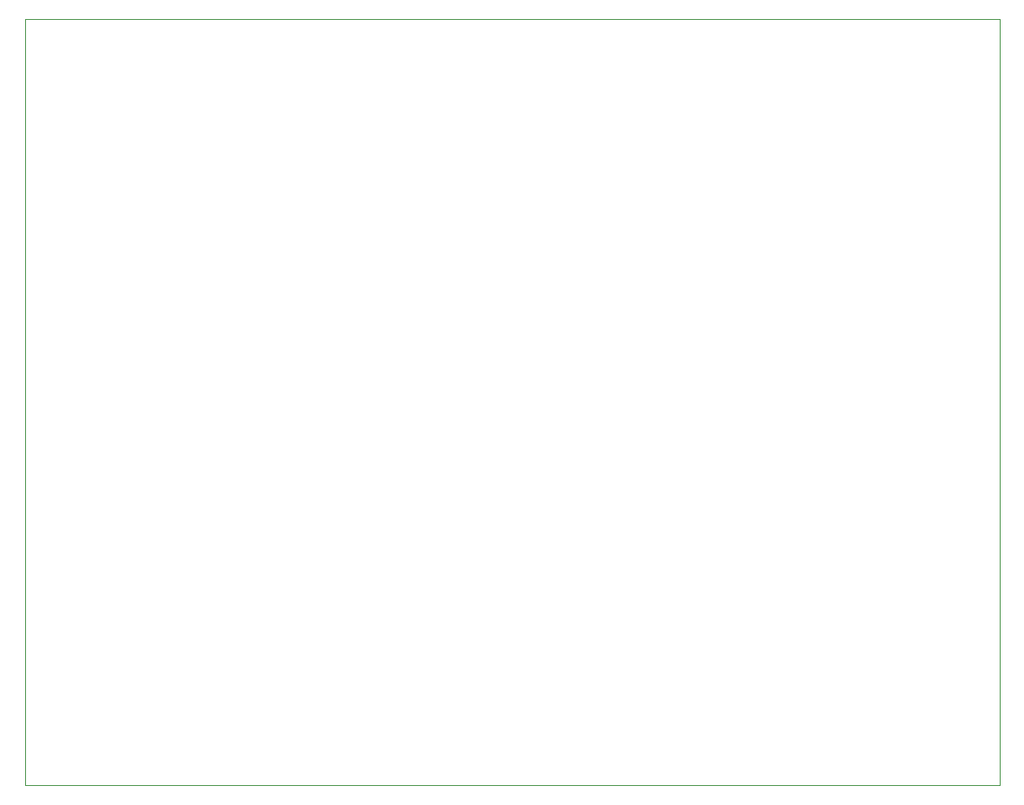
<source format=gbr>
G04 #@! TF.GenerationSoftware,KiCad,Pcbnew,(5.1.2)-1*
G04 #@! TF.CreationDate,2019-06-28T17:07:01+09:30*
G04 #@! TF.ProjectId,27(C)256 programmer,32372843-2932-4353-9620-70726f677261,rev?*
G04 #@! TF.SameCoordinates,Original*
G04 #@! TF.FileFunction,Profile,NP*
%FSLAX46Y46*%
G04 Gerber Fmt 4.6, Leading zero omitted, Abs format (unit mm)*
G04 Created by KiCad (PCBNEW (5.1.2)-1) date 2019-06-28 17:07:01*
%MOMM*%
%LPD*%
G04 APERTURE LIST*
%ADD10C,0.100000*%
G04 APERTURE END LIST*
D10*
X91440000Y-133350000D02*
X91440000Y-58420000D01*
X186690000Y-133350000D02*
X91440000Y-133350000D01*
X186690000Y-58420000D02*
X186690000Y-133350000D01*
X91440000Y-58420000D02*
X186690000Y-58420000D01*
M02*

</source>
